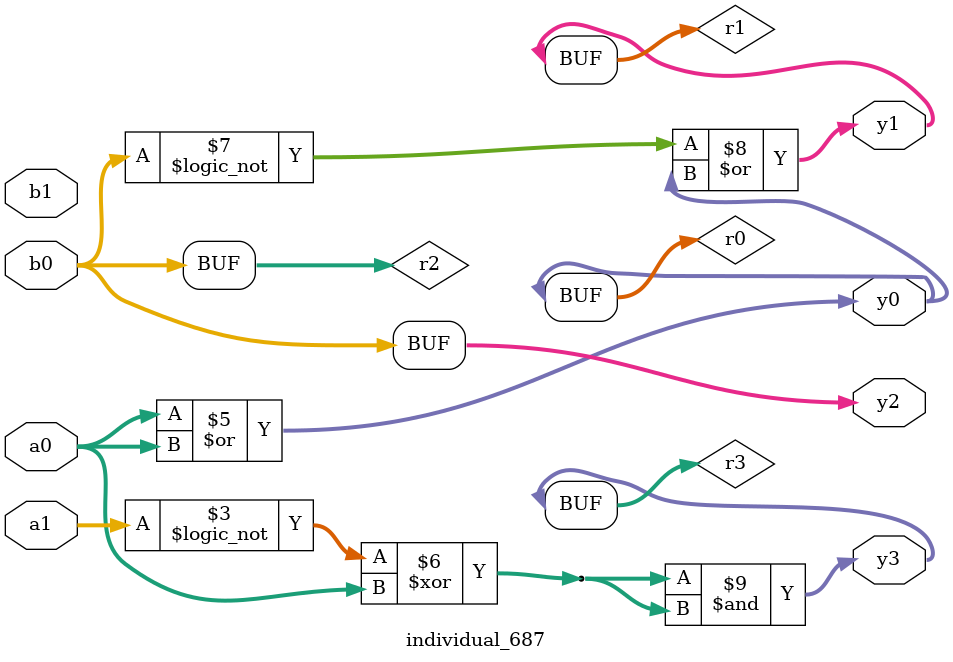
<source format=sv>
module individual_687(input logic [15:0] a1, input logic [15:0] a0, input logic [15:0] b1, input logic [15:0] b0, output logic [15:0] y3, output logic [15:0] y2, output logic [15:0] y1, output logic [15:0] y0);
logic [15:0] r0, r1, r2, r3; 
 always@(*) begin 
	 r0 = a0; r1 = a1; r2 = b0; r3 = b1; 
 	 r3 = ! r0 ;
 	 r3 = ! r1 ;
 	 r1  &=  b1 ;
 	 r0  |=  r0 ;
 	 r3  ^=  a0 ;
 	 r1 = ! b0 ;
 	 r1  |=  r0 ;
 	 r3  &=  r3 ;
 	 y3 = r3; y2 = r2; y1 = r1; y0 = r0; 
end
endmodule
</source>
